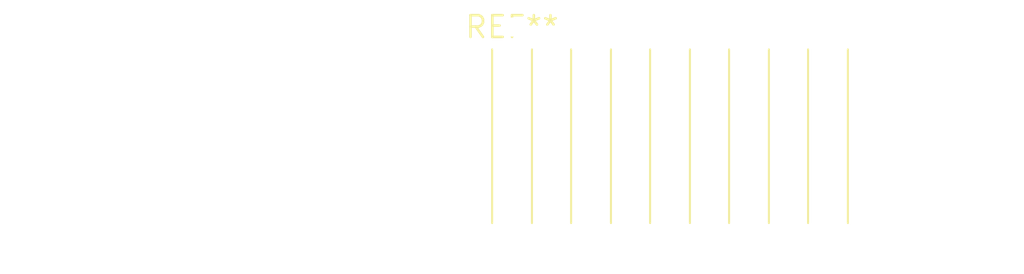
<source format=kicad_pcb>
(kicad_pcb (version 20240108) (generator pcbnew)
  (layers (0 "F.Cu" signal) (31 "B.Cu" signal) (34 "B.Paste" user) (35 "F.Paste" user) (36 "B.SilkS" user "B.Silkscreen") (37 "F.SilkS" user "F.Silkscreen") (38 "B.Mask" user) (39 "F.Mask" user) (44 "Edge.Cuts" user))
  (net 0 "")
  (footprint "SolderWire-0.5sqmm_1x05_P4.6mm_D0.9mm_OD2.1mm_Relief" (layer "F.Cu") (at 0 0)
    (property "Reference" "REF**")
    (property "Value" "SolderWire-0.5sqmm_1x05_P4.6mm_D0.9mm_OD2.1mm_Relief")
    (fp_line (start -1.16 1.31) (end -1.16 11.44) (layer "F.SilkS") (stroke (width 0.12)))
    (fp_line (start 1.16 1.31) (end 1.16 11.44) (layer "F.SilkS") (stroke (width 0.12)))
    (fp_line (start 3.44 1.31) (end 3.44 11.44) (layer "F.SilkS") (stroke (width 0.12)))
    (fp_line (start 5.76 1.31) (end 5.76 11.44) (layer "F.SilkS") (stroke (width 0.12)))
    (fp_line (start 8.04 1.31) (end 8.04 11.44) (layer "F.SilkS") (stroke (width 0.12)))
    (fp_line (start 10.36 1.31) (end 10.36 11.44) (layer "F.SilkS") (stroke (width 0.12)))
    (fp_line (start 12.64 1.31) (end 12.64 11.44) (layer "F.SilkS") (stroke (width 0.12)))
    (fp_line (start 14.96 1.31) (end 14.96 11.44) (layer "F.SilkS") (stroke (width 0.12)))
    (fp_line (start 17.24 1.31) (end 17.24 11.44) (layer "F.SilkS") (stroke (width 0.12)))
    (fp_line (start 19.56 1.31) (end 19.56 11.44) (layer "F.SilkS") (stroke (width 0.12)))
    (pad "" np_thru_hole circle (at 0 12.6) (size 2.6 2.6) (drill 2.6) (layers *.Cu *.Mask))
    (pad "" np_thru_hole circle (at 4.6 12.6) (size 2.6 2.6) (drill 2.6) (layers *.Cu *.Mask))
    (pad "" np_thru_hole circle (at 9.2 12.6) (size 2.6 2.6) (drill 2.6) (layers *.Cu *.Mask))
    (pad "" np_thru_hole circle (at 13.8 12.6) (size 2.6 2.6) (drill 2.6) (layers *.Cu *.Mask))
    (pad "" np_thru_hole circle (at 18.4 12.6) (size 2.6 2.6) (drill 2.6) (layers *.Cu *.Mask))
    (pad "1" thru_hole roundrect (at 0 0) (size 2.1 2.1) (drill 1.1) (layers *.Cu *.Mask) (remove_unused_layers) (roundrect_rratio 0.119048))
    (pad "2" thru_hole circle (at 4.6 0) (size 2.1 2.1) (drill 1.1) (layers *.Cu *.Mask) (remove_unused_layers))
    (pad "3" thru_hole circle (at 9.2 0) (size 2.1 2.1) (drill 1.1) (layers *.Cu *.Mask) (remove_unused_layers))
    (pad "4" thru_hole circle (at 13.8 0) (size 2.1 2.1) (drill 1.1) (layers *.Cu *.Mask) (remove_unused_layers))
    (pad "5" thru_hole circle (at 18.4 0) (size 2.1 2.1) (drill 1.1) (layers *.Cu *.Mask) (remove_unused_layers))
  )
)
</source>
